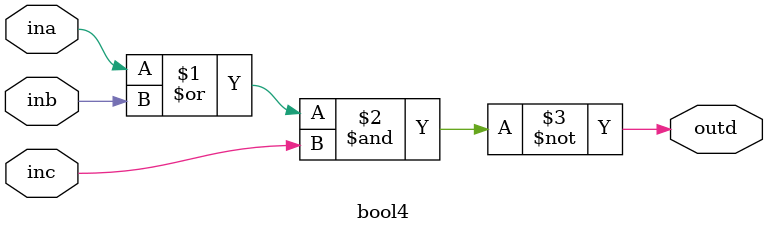
<source format=v>
`timescale 1ns / 1ps


module bool4(
    input ina, inb, inc,
    output outd
);

assign outd = ~((ina | inb) & inc);

endmodule
</source>
